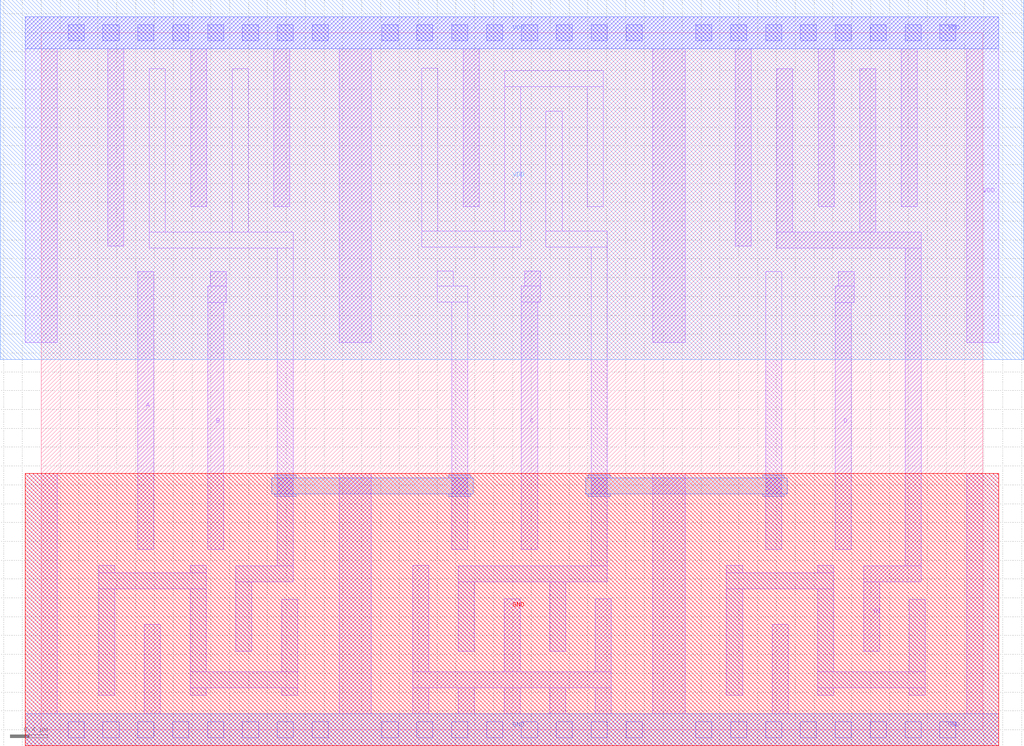
<source format=lef>
VERSION 5.7 ;
  NOWIREEXTENSIONATPIN ON ;
  DIVIDERCHAR "/" ;
  BUSBITCHARS "[]" ;
MACRO AOAI4X1
  CLASS CORE ;
  FOREIGN AOAI4X1 ;
  ORIGIN 0.000 0.000 ;
  SIZE 9.990 BY 7.400 ;
  SYMMETRY X Y R90 ;
  SITE unitrh ;
  PIN YN
    DIRECTION OUTPUT ;
    USE SIGNAL ;
    ANTENNADIFFAREA 1.351900 ;
    PORT
      LAYER li1 ;
        RECT 7.805 5.285 7.975 7.020 ;
        RECT 8.685 5.285 8.855 7.020 ;
        RECT 7.805 5.115 9.335 5.285 ;
        RECT 9.165 1.740 9.335 5.115 ;
        RECT 8.725 1.570 9.335 1.740 ;
        RECT 8.725 0.835 8.895 1.570 ;
    END
  END YN
  PIN A
    DIRECTION INPUT ;
    USE SIGNAL ;
    ANTENNAGATEAREA 1.033250 ;
    PORT
      LAYER li1 ;
        RECT 1.025 1.915 1.195 4.865 ;
    END
  END A
  PIN B
    DIRECTION INPUT ;
    USE SIGNAL ;
    ANTENNAGATEAREA 1.027250 ;
    PORT
      LAYER li1 ;
        RECT 1.795 4.710 1.965 4.865 ;
        RECT 1.765 4.535 1.965 4.710 ;
        RECT 1.765 1.915 1.935 4.535 ;
    END
  END B
  PIN C
    DIRECTION INPUT ;
    USE SIGNAL ;
    ANTENNAGATEAREA 1.026450 ;
    PORT
      LAYER li1 ;
        RECT 5.130 4.710 5.300 4.870 ;
        RECT 5.095 4.540 5.300 4.710 ;
        RECT 5.095 1.915 5.265 4.540 ;
    END
  END C
  PIN D
    DIRECTION INPUT ;
    USE SIGNAL ;
    ANTENNAGATEAREA 1.027250 ;
    PORT
      LAYER li1 ;
        RECT 8.455 4.710 8.625 4.865 ;
        RECT 8.425 4.535 8.625 4.710 ;
        RECT 8.425 1.915 8.595 4.535 ;
    END
  END D
  PIN VDD
    DIRECTION INOUT ;
    USE POWER ;
    SHAPE ABUTMENT ;
    PORT
      LAYER nwell ;
        RECT -0.435 3.930 10.425 7.750 ;
      LAYER li1 ;
        RECT -0.170 7.230 10.160 7.570 ;
        RECT -0.170 4.110 0.170 7.230 ;
        RECT 0.705 5.135 0.875 7.230 ;
        RECT 1.585 5.555 1.755 7.230 ;
        RECT 2.465 5.555 2.635 7.230 ;
        RECT 3.160 4.110 3.500 7.230 ;
        RECT 4.475 5.555 4.645 7.230 ;
        RECT 6.490 4.110 6.830 7.230 ;
        RECT 7.365 5.135 7.535 7.230 ;
        RECT 8.245 5.555 8.415 7.230 ;
        RECT 9.125 5.555 9.295 7.230 ;
        RECT 9.820 4.110 10.160 7.230 ;
      LAYER mcon ;
        RECT 0.285 7.315 0.455 7.485 ;
        RECT 0.655 7.315 0.825 7.485 ;
        RECT 1.025 7.315 1.195 7.485 ;
        RECT 1.395 7.315 1.565 7.485 ;
        RECT 1.765 7.315 1.935 7.485 ;
        RECT 2.135 7.315 2.305 7.485 ;
        RECT 2.505 7.315 2.675 7.485 ;
        RECT 2.875 7.315 3.045 7.485 ;
        RECT 3.615 7.315 3.785 7.485 ;
        RECT 3.985 7.315 4.155 7.485 ;
        RECT 4.355 7.315 4.525 7.485 ;
        RECT 4.725 7.315 4.895 7.485 ;
        RECT 5.095 7.315 5.265 7.485 ;
        RECT 5.465 7.315 5.635 7.485 ;
        RECT 5.835 7.315 6.005 7.485 ;
        RECT 6.205 7.315 6.375 7.485 ;
        RECT 6.945 7.315 7.115 7.485 ;
        RECT 7.315 7.315 7.485 7.485 ;
        RECT 7.685 7.315 7.855 7.485 ;
        RECT 8.055 7.315 8.225 7.485 ;
        RECT 8.425 7.315 8.595 7.485 ;
        RECT 8.795 7.315 8.965 7.485 ;
        RECT 9.165 7.315 9.335 7.485 ;
        RECT 9.535 7.315 9.705 7.485 ;
      LAYER met1 ;
        RECT -0.170 7.230 10.160 7.570 ;
    END
  END VDD
  PIN GND
    DIRECTION INOUT ;
    USE GROUND ;
    SHAPE ABUTMENT ;
    PORT
      LAYER pwell ;
        RECT -0.170 -0.170 10.160 2.720 ;
      LAYER li1 ;
        RECT -0.170 0.170 0.170 2.720 ;
        RECT 1.095 0.170 1.265 1.120 ;
        RECT 3.160 0.170 3.500 2.720 ;
        RECT 3.940 0.615 4.110 1.745 ;
        RECT 4.910 0.615 5.080 1.390 ;
        RECT 5.880 0.615 6.050 1.390 ;
        RECT 3.940 0.445 6.050 0.615 ;
        RECT 3.940 0.170 4.110 0.445 ;
        RECT 4.425 0.170 4.595 0.445 ;
        RECT 4.910 0.170 5.080 0.445 ;
        RECT 5.395 0.170 5.565 0.445 ;
        RECT 5.880 0.170 6.050 0.445 ;
        RECT 6.490 0.170 6.830 2.720 ;
        RECT 7.755 0.170 7.925 1.120 ;
        RECT 9.820 0.170 10.160 2.720 ;
        RECT -0.170 -0.170 10.160 0.170 ;
      LAYER mcon ;
        RECT 0.285 -0.085 0.455 0.085 ;
        RECT 0.655 -0.085 0.825 0.085 ;
        RECT 1.025 -0.085 1.195 0.085 ;
        RECT 1.395 -0.085 1.565 0.085 ;
        RECT 1.765 -0.085 1.935 0.085 ;
        RECT 2.135 -0.085 2.305 0.085 ;
        RECT 2.505 -0.085 2.675 0.085 ;
        RECT 2.875 -0.085 3.045 0.085 ;
        RECT 3.615 -0.085 3.785 0.085 ;
        RECT 3.985 -0.085 4.155 0.085 ;
        RECT 4.355 -0.085 4.525 0.085 ;
        RECT 4.725 -0.085 4.895 0.085 ;
        RECT 5.095 -0.085 5.265 0.085 ;
        RECT 5.465 -0.085 5.635 0.085 ;
        RECT 5.835 -0.085 6.005 0.085 ;
        RECT 6.205 -0.085 6.375 0.085 ;
        RECT 6.945 -0.085 7.115 0.085 ;
        RECT 7.315 -0.085 7.485 0.085 ;
        RECT 7.685 -0.085 7.855 0.085 ;
        RECT 8.055 -0.085 8.225 0.085 ;
        RECT 8.425 -0.085 8.595 0.085 ;
        RECT 8.795 -0.085 8.965 0.085 ;
        RECT 9.165 -0.085 9.335 0.085 ;
        RECT 9.535 -0.085 9.705 0.085 ;
      LAYER met1 ;
        RECT -0.170 -0.170 10.160 0.170 ;
    END
  END GND
  OBS
      LAYER li1 ;
        RECT 1.145 5.285 1.315 7.020 ;
        RECT 2.025 5.285 2.195 7.020 ;
        RECT 4.035 5.295 4.205 7.025 ;
        RECT 4.915 6.825 5.965 6.995 ;
        RECT 4.915 5.295 5.085 6.825 ;
        RECT 1.145 5.115 2.675 5.285 ;
        RECT 4.035 5.125 5.085 5.295 ;
        RECT 5.355 5.295 5.525 6.565 ;
        RECT 5.795 5.555 5.965 6.825 ;
        RECT 5.355 5.125 6.005 5.295 ;
        RECT 0.610 1.665 0.780 1.745 ;
        RECT 1.580 1.665 1.750 1.745 ;
        RECT 2.505 1.740 2.675 5.115 ;
        RECT 4.200 4.710 4.370 4.870 ;
        RECT 4.200 4.540 4.525 4.710 ;
        RECT 4.355 1.915 4.525 4.540 ;
        RECT 5.835 1.740 6.005 5.125 ;
        RECT 7.685 1.915 7.855 4.865 ;
        RECT 0.610 1.495 1.750 1.665 ;
        RECT 0.610 0.365 0.780 1.495 ;
        RECT 1.580 0.615 1.750 1.495 ;
        RECT 2.065 1.570 2.675 1.740 ;
        RECT 4.425 1.570 6.005 1.740 ;
        RECT 7.270 1.665 7.440 1.745 ;
        RECT 8.240 1.665 8.410 1.745 ;
        RECT 2.065 0.835 2.235 1.570 ;
        RECT 2.550 0.615 2.720 1.385 ;
        RECT 4.425 0.835 4.595 1.570 ;
        RECT 5.395 0.835 5.565 1.570 ;
        RECT 7.270 1.495 8.410 1.665 ;
        RECT 1.580 0.445 2.720 0.615 ;
        RECT 1.580 0.365 1.750 0.445 ;
        RECT 2.550 0.365 2.720 0.445 ;
        RECT 7.270 0.365 7.440 1.495 ;
        RECT 8.240 0.615 8.410 1.495 ;
        RECT 9.210 0.615 9.380 1.385 ;
        RECT 8.240 0.445 9.380 0.615 ;
        RECT 8.240 0.365 8.410 0.445 ;
        RECT 9.210 0.365 9.380 0.445 ;
      LAYER mcon ;
        RECT 2.505 2.505 2.675 2.675 ;
        RECT 4.355 2.505 4.525 2.675 ;
        RECT 5.835 2.505 6.005 2.675 ;
        RECT 7.685 2.505 7.855 2.675 ;
      LAYER met1 ;
        RECT 2.475 2.675 2.705 2.705 ;
        RECT 4.325 2.675 4.555 2.705 ;
        RECT 5.805 2.675 6.035 2.705 ;
        RECT 7.655 2.675 7.885 2.705 ;
        RECT 2.445 2.505 4.585 2.675 ;
        RECT 5.775 2.505 7.915 2.675 ;
        RECT 2.475 2.475 2.705 2.505 ;
        RECT 4.325 2.475 4.555 2.505 ;
        RECT 5.805 2.475 6.035 2.505 ;
        RECT 7.655 2.475 7.885 2.505 ;
  END
END AOAI4X1
END LIBRARY


</source>
